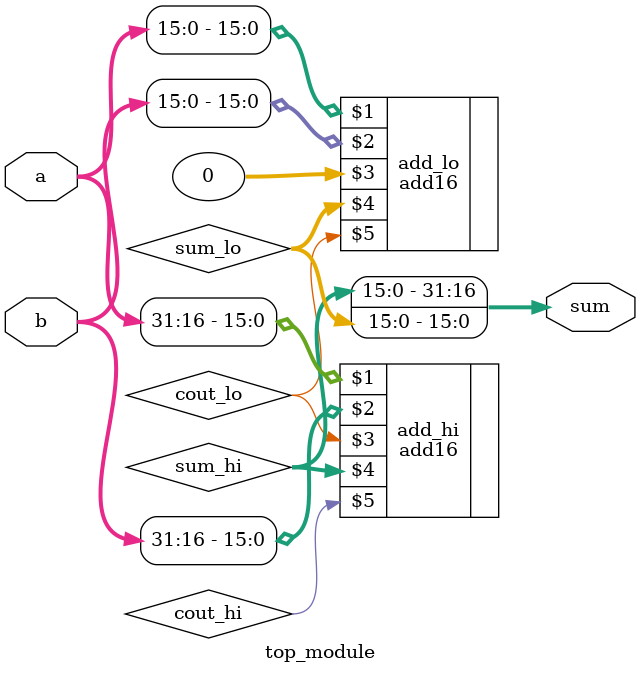
<source format=v>
module top_module(
    input [31:0] a,
    input [31:0] b,
    output [31:0] sum
);
    wire [15:0] sum_lo, sum_hi;
    wire cout_hi, cout_lo;
    
    add16 add_lo(a[15:0],b[15:0],0,sum_lo,cout_lo);
    add16 add_hi(a[31:16],b[31:16],cout_lo, sum_hi, cout_hi);
    assign sum = {sum_hi, sum_lo};
endmodule

</source>
